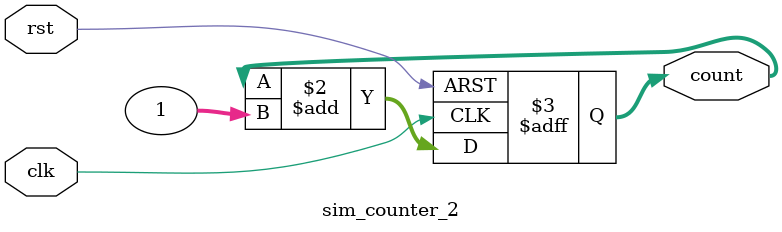
<source format=v>
module sim_counter_2 (clk, rst, count);
    input clk, rst;
    output reg [31:0] count;
    always @(posedge clk or posedge rst)
    begin
        if(rst)
            count = 32'b0;
        else
            count = count +1;
    end
endmodule
</source>
